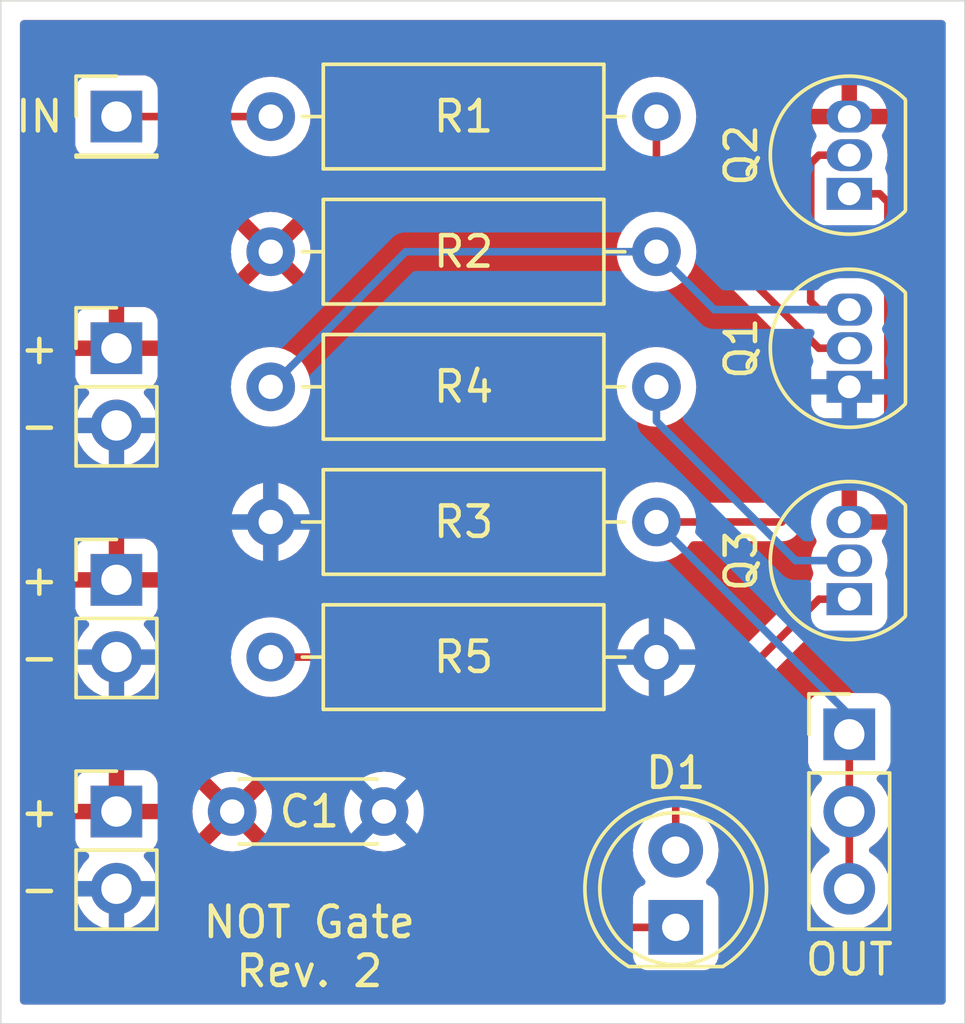
<source format=kicad_pcb>
(kicad_pcb (version 20221018) (generator pcbnew)
  (layers (0 "F.Cu" signal) (31 "B.Cu" signal) (34 "B.Paste" user) (35 "F.Paste" user) (36 "B.SilkS" user "B.Silkscreen") (37 "F.SilkS" user "F.Silkscreen") (38 "B.Mask" user) (39 "F.Mask" user) (44 "Edge.Cuts" user))
  (net 0 "")
  (net 1 "Net-(D1-K)")
  (net 2 "Net-(D1-A)")
  (net 3 "Net-(J1-Pin_1)")
  (net 4 "Net-(J5-Pin_1)")
  (net 5 "Net-(Q1-B)")
  (net 6 "GND")
  (net 7 "VCC")
  (net 8 "Net-(Q1-C)")
  (net 9 "Net-(Q3-B)")
  (footprint "Connector_PinHeader_2.54mm:PinHeader_1x02_P2.54mm_Vertical" (layer "F.Cu") (at 138.43 50.8)
    (fp_text reference "J2" hide)
    (fp_text value "Power")
    (fp_line (start -1.33 -1.33) (end 0 -1.33) (stroke (width 0.12)) (layer "F.SilkS"))
    (fp_line (start -1.33 0) (end -1.33 -1.33) (stroke (width 0.12)) (layer "F.SilkS"))
    (fp_line (start -1.33 1.27) (end -1.33 3.87) (stroke (width 0.12)) (layer "F.SilkS"))
    (fp_line (start -1.33 1.27) (end 1.33 1.27) (stroke (width 0.12)) (layer "F.SilkS"))
    (fp_line (start -1.33 3.87) (end 1.33 3.87) (stroke (width 0.12)) (layer "F.SilkS"))
    (fp_line (start 1.33 1.27) (end 1.33 3.87) (stroke (width 0.12)) (layer "F.SilkS"))
    (pad "1" thru_hole rect (at 0 0) (size 1.7 1.7) (drill 1) (layers "*.Cu" "*.Mask") (net 7 "VCC"))
    (pad "2" thru_hole oval (at 0 2.54) (size 1.7 1.7) (drill 1) (layers "*.Cu" "*.Mask") (net 6 "GND"))
  )
  (footprint "Connector_PinHeader_2.54mm:PinHeader_1x02_P2.54mm_Vertical" (layer "F.Cu") (at 138.43 66.04)
    (fp_text reference "J4" hide)
    (fp_text value "Power")
    (fp_line (start -1.33 -1.33) (end 0 -1.33) (stroke (width 0.12)) (layer "F.SilkS"))
    (fp_line (start -1.33 0) (end -1.33 -1.33) (stroke (width 0.12)) (layer "F.SilkS"))
    (fp_line (start -1.33 1.27) (end -1.33 3.87) (stroke (width 0.12)) (layer "F.SilkS"))
    (fp_line (start -1.33 1.27) (end 1.33 1.27) (stroke (width 0.12)) (layer "F.SilkS"))
    (fp_line (start -1.33 3.87) (end 1.33 3.87) (stroke (width 0.12)) (layer "F.SilkS"))
    (fp_line (start 1.33 1.27) (end 1.33 3.87) (stroke (width 0.12)) (layer "F.SilkS"))
    (pad "1" thru_hole rect (at 0 0) (size 1.7 1.7) (drill 1) (layers "*.Cu" "*.Mask") (net 7 "VCC"))
    (pad "2" thru_hole oval (at 0 2.54) (size 1.7 1.7) (drill 1) (layers "*.Cu" "*.Mask") (net 6 "GND"))
  )
  (footprint "Resistor_THT:R_Axial_DIN0309_L9.0mm_D3.2mm_P12.70mm_Horizontal" (layer "F.Cu") (at 156.21 43.18 180)
    (fp_text reference "R1" (at 6.35 0) (layer "F.SilkS"))
    (fp_text value "10K")
    (fp_line (start 1.04 0) (end 1.73 0) (stroke (width 0.12)) (layer "F.SilkS"))
    (fp_line (start 1.73 -1.72) (end 1.73 1.72) (stroke (width 0.12)) (layer "F.SilkS"))
    (fp_line (start 1.73 1.72) (end 10.97 1.72) (stroke (width 0.12)) (layer "F.SilkS"))
    (fp_line (start 10.97 -1.72) (end 1.73 -1.72) (stroke (width 0.12)) (layer "F.SilkS"))
    (fp_line (start 10.97 1.72) (end 10.97 -1.72) (stroke (width 0.12)) (layer "F.SilkS"))
    (fp_line (start 11.66 0) (end 10.97 0) (stroke (width 0.12)) (layer "F.SilkS"))
    (pad "1" thru_hole circle (at 0 0 180) (size 1.6 1.6) (drill 0.8) (layers "*.Cu" "*.Mask") (net 5 "Net-(Q1-B)"))
    (pad "2" thru_hole oval (at 12.7 0 180) (size 1.6 1.6) (drill 0.8) (layers "*.Cu" "*.Mask") (net 3 "Net-(J1-Pin_1)"))
  )
  (footprint "Package_TO_SOT_THT:TO-92_Inline" (layer "F.Cu") (at 162.56 52.07 90)
    (fp_text reference "Q1" (at 1.27 -3.56 90) (layer "F.SilkS"))
    (fp_text value "2N2222")
    (fp_line (start -0.53 1.85) (end 3.07 1.85) (stroke (width 0.12)) (layer "F.SilkS"))
    (fp_arc (start -0.568478 1.838478) (mid -1.132087 -0.994977) (end 1.27 -2.6) (stroke (width 0.12)) (layer "F.SilkS"))
    (fp_arc (start 1.27 -2.6) (mid 3.672087 -0.994977) (end 3.108478 1.838478) (stroke (width 0.12)) (layer "F.SilkS"))
    (pad "1" thru_hole rect (at 0 0 90) (size 1.05 1.5) (drill 0.75) (layers "*.Cu" "*.Mask") (net 6 "GND"))
    (pad "2" thru_hole oval (at 1.27 0 90) (size 1.05 1.5) (drill 0.75) (layers "*.Cu" "*.Mask") (net 5 "Net-(Q1-B)"))
    (pad "3" thru_hole oval (at 2.54 0 90) (size 1.05 1.5) (drill 0.75) (layers "*.Cu" "*.Mask") (net 8 "Net-(Q1-C)"))
  )
  (footprint "Package_TO_SOT_THT:TO-92_Inline" (layer "F.Cu") (at 162.56 45.72 90)
    (fp_text reference "Q2" (at 1.27 -3.56 90) (layer "F.SilkS"))
    (fp_text value "2N2222")
    (fp_line (start -0.53 1.85) (end 3.07 1.85) (stroke (width 0.12)) (layer "F.SilkS"))
    (fp_arc (start -0.568478 1.838478) (mid -1.132087 -0.994977) (end 1.27 -2.6) (stroke (width 0.12)) (layer "F.SilkS"))
    (fp_arc (start 1.27 -2.6) (mid 3.672087 -0.994977) (end 3.108478 1.838478) (stroke (width 0.12)) (layer "F.SilkS"))
    (pad "1" thru_hole rect (at 0 0 90) (size 1.05 1.5) (drill 0.75) (layers "*.Cu" "*.Mask") (net 4 "Net-(J5-Pin_1)"))
    (pad "2" thru_hole oval (at 1.27 0 90) (size 1.05 1.5) (drill 0.75) (layers "*.Cu" "*.Mask") (net 8 "Net-(Q1-C)"))
    (pad "3" thru_hole oval (at 2.54 0 90) (size 1.05 1.5) (drill 0.75) (layers "*.Cu" "*.Mask") (net 7 "VCC"))
  )
  (footprint "Package_TO_SOT_THT:TO-92_Inline" (layer "F.Cu") (at 162.56 59.055 90)
    (fp_text reference "Q3" (at 1.27 -3.56 90) (layer "F.SilkS"))
    (fp_text value "2N2222")
    (fp_line (start -0.53 1.85) (end 3.07 1.85) (stroke (width 0.12)) (layer "F.SilkS"))
    (fp_arc (start -0.568478 1.838478) (mid -1.132087 -0.994977) (end 1.27 -2.6) (stroke (width 0.12)) (layer "F.SilkS"))
    (fp_arc (start 1.27 -2.6) (mid 3.672087 -0.994977) (end 3.108478 1.838478) (stroke (width 0.12)) (layer "F.SilkS"))
    (pad "1" thru_hole rect (at 0 0 90) (size 1.05 1.5) (drill 0.75) (layers "*.Cu" "*.Mask") (net 2 "Net-(D1-A)"))
    (pad "2" thru_hole oval (at 1.27 0 90) (size 1.05 1.5) (drill 0.75) (layers "*.Cu" "*.Mask") (net 9 "Net-(Q3-B)"))
    (pad "3" thru_hole oval (at 2.54 0 90) (size 1.05 1.5) (drill 0.75) (layers "*.Cu" "*.Mask") (net 7 "VCC"))
  )
  (footprint "Resistor_THT:R_Axial_DIN0309_L9.0mm_D3.2mm_P12.70mm_Horizontal" (layer "F.Cu") (at 143.51 47.625)
    (fp_text reference "R2" (at 6.35 0 180) (layer "F.SilkS"))
    (fp_text value "1K")
    (fp_line (start 1.04 0) (end 1.73 0) (stroke (width 0.12)) (layer "F.SilkS"))
    (fp_line (start 1.73 -1.72) (end 1.73 1.72) (stroke (width 0.12)) (layer "F.SilkS"))
    (fp_line (start 1.73 1.72) (end 10.97 1.72) (stroke (width 0.12)) (layer "F.SilkS"))
    (fp_line (start 10.97 -1.72) (end 1.73 -1.72) (stroke (width 0.12)) (layer "F.SilkS"))
    (fp_line (start 10.97 1.72) (end 10.97 -1.72) (stroke (width 0.12)) (layer "F.SilkS"))
    (fp_line (start 11.66 0) (end 10.97 0) (stroke (width 0.12)) (layer "F.SilkS"))
    (pad "1" thru_hole circle (at 0 0) (size 1.6 1.6) (drill 0.8) (layers "*.Cu" "*.Mask") (net 7 "VCC"))
    (pad "2" thru_hole oval (at 12.7 0) (size 1.6 1.6) (drill 0.8) (layers "*.Cu" "*.Mask") (net 8 "Net-(Q1-C)"))
  )
  (footprint "Resistor_THT:R_Axial_DIN0309_L9.0mm_D3.2mm_P12.70mm_Horizontal" (layer "F.Cu") (at 156.21 56.515 180)
    (fp_text reference "R3" (at 6.35 0) (layer "F.SilkS"))
    (fp_text value "1K")
    (fp_line (start 1.04 0) (end 1.73 0) (stroke (width 0.12)) (layer "F.SilkS"))
    (fp_line (start 1.73 -1.72) (end 1.73 1.72) (stroke (width 0.12)) (layer "F.SilkS"))
    (fp_line (start 1.73 1.72) (end 10.97 1.72) (stroke (width 0.12)) (layer "F.SilkS"))
    (fp_line (start 10.97 -1.72) (end 1.73 -1.72) (stroke (width 0.12)) (layer "F.SilkS"))
    (fp_line (start 10.97 1.72) (end 10.97 -1.72) (stroke (width 0.12)) (layer "F.SilkS"))
    (fp_line (start 11.66 0) (end 10.97 0) (stroke (width 0.12)) (layer "F.SilkS"))
    (pad "1" thru_hole circle (at 0 0 180) (size 1.6 1.6) (drill 0.8) (layers "*.Cu" "*.Mask") (net 4 "Net-(J5-Pin_1)"))
    (pad "2" thru_hole oval (at 12.7 0 180) (size 1.6 1.6) (drill 0.8) (layers "*.Cu" "*.Mask") (net 6 "GND"))
  )
  (footprint "Resistor_THT:R_Axial_DIN0309_L9.0mm_D3.2mm_P12.70mm_Horizontal" (layer "F.Cu") (at 156.21 52.07 180)
    (fp_text reference "R4" (at 6.35 0) (layer "F.SilkS"))
    (fp_text value "10K")
    (fp_line (start 1.04 0) (end 1.73 0) (stroke (width 0.12)) (layer "F.SilkS"))
    (fp_line (start 1.73 -1.72) (end 1.73 1.72) (stroke (width 0.12)) (layer "F.SilkS"))
    (fp_line (start 1.73 1.72) (end 10.97 1.72) (stroke (width 0.12)) (layer "F.SilkS"))
    (fp_line (start 10.97 -1.72) (end 1.73 -1.72) (stroke (width 0.12)) (layer "F.SilkS"))
    (fp_line (start 10.97 1.72) (end 10.97 -1.72) (stroke (width 0.12)) (layer "F.SilkS"))
    (fp_line (start 11.66 0) (end 10.97 0) (stroke (width 0.12)) (layer "F.SilkS"))
    (pad "1" thru_hole circle (at 0 0 180) (size 1.6 1.6) (drill 0.8) (layers "*.Cu" "*.Mask") (net 9 "Net-(Q3-B)"))
    (pad "2" thru_hole oval (at 12.7 0 180) (size 1.6 1.6) (drill 0.8) (layers "*.Cu" "*.Mask") (net 8 "Net-(Q1-C)"))
  )
  (footprint "Resistor_THT:R_Axial_DIN0309_L9.0mm_D3.2mm_P12.70mm_Horizontal" (layer "F.Cu") (at 143.51 60.96)
    (fp_text reference "R5" (at 6.35 0) (layer "F.SilkS"))
    (fp_text value "1K")
    (fp_line (start 1.04 0) (end 1.73 0) (stroke (width 0.12)) (layer "F.SilkS"))
    (fp_line (start 1.73 -1.72) (end 1.73 1.72) (stroke (width 0.12)) (layer "F.SilkS"))
    (fp_line (start 1.73 1.72) (end 10.97 1.72) (stroke (width 0.12)) (layer "F.SilkS"))
    (fp_line (start 10.97 -1.72) (end 1.73 -1.72) (stroke (width 0.12)) (layer "F.SilkS"))
    (fp_line (start 10.97 1.72) (end 10.97 -1.72) (stroke (width 0.12)) (layer "F.SilkS"))
    (fp_line (start 11.66 0) (end 10.97 0) (stroke (width 0.12)) (layer "F.SilkS"))
    (pad "1" thru_hole circle (at 0 0) (size 1.6 1.6) (drill 0.8) (layers "*.Cu" "*.Mask") (net 1 "Net-(D1-K)"))
    (pad "2" thru_hole oval (at 12.7 0) (size 1.6 1.6) (drill 0.8) (layers "*.Cu" "*.Mask") (net 6 "GND"))
  )
  (footprint "Connector_PinHeader_2.54mm:PinHeader_1x02_P2.54mm_Vertical" (layer "F.Cu") (at 138.43 58.42)
    (fp_text reference "J3" hide)
    (fp_text value "Power")
    (fp_line (start -1.33 -1.33) (end 0 -1.33) (stroke (width 0.12)) (layer "F.SilkS"))
    (fp_line (start -1.33 0) (end -1.33 -1.33) (stroke (width 0.12)) (layer "F.SilkS"))
    (fp_line (start -1.33 1.27) (end -1.33 3.87) (stroke (width 0.12)) (layer "F.SilkS"))
    (fp_line (start -1.33 1.27) (end 1.33 1.27) (stroke (width 0.12)) (layer "F.SilkS"))
    (fp_line (start -1.33 3.87) (end 1.33 3.87) (stroke (width 0.12)) (layer "F.SilkS"))
    (fp_line (start 1.33 1.27) (end 1.33 3.87) (stroke (width 0.12)) (layer "F.SilkS"))
    (pad "1" thru_hole rect (at 0 0) (size 1.7 1.7) (drill 1) (layers "*.Cu" "*.Mask") (net 7 "VCC"))
    (pad "2" thru_hole oval (at 0 2.54) (size 1.7 1.7) (drill 1) (layers "*.Cu" "*.Mask") (net 6 "GND"))
  )
  (footprint "LED_THT:LED_D5.0mm" (layer "F.Cu") (at 156.845 69.85 90)
    (fp_text reference "D1" (at 5.08 0 180) (layer "F.SilkS"))
    (fp_text value "RED")
    (fp_line (start -1.29 -1.545) (end -1.29 1.545) (stroke (width 0.12)) (layer "F.SilkS"))
    (fp_arc (start -1.29 -1.54483) (mid 2.072002 -2.880433) (end 4.26 0.000462) (stroke (width 0.12)) (layer "F.SilkS"))
    (fp_arc (start 4.26 -0.000462) (mid 2.072002 2.880433) (end -1.29 1.54483) (stroke (width 0.12)) (layer "F.SilkS"))
    (fp_circle (center 1.27 0) (end 3.77 0) (stroke (width 0.12)) (fill none) (layer "F.SilkS"))
    (pad "1" thru_hole rect (at 0 0 90) (size 1.8 1.8) (drill 0.9) (layers "*.Cu" "*.Mask") (net 1 "Net-(D1-K)"))
    (pad "2" thru_hole circle (at 2.54 0 90) (size 1.8 1.8) (drill 0.9) (layers "*.Cu" "*.Mask") (net 2 "Net-(D1-A)"))
  )
  (footprint "Capacitor_THT:C_Disc_D4.3mm_W1.9mm_P5.00mm" (layer "F.Cu") (at 142.24 66.04)
    (fp_text reference "C1" (at 2.54 0) (layer "F.SilkS"))
    (fp_text value "0.1uF")
    (fp_line (start 0.23 -1.07) (end 0.23 -1.055) (stroke (width 0.12)) (layer "F.SilkS"))
    (fp_line (start 0.23 -1.07) (end 4.77 -1.07) (stroke (width 0.12)) (layer "F.SilkS"))
    (fp_line (start 0.23 1.055) (end 0.23 1.07) (stroke (width 0.12)) (layer "F.SilkS"))
    (fp_line (start 0.23 1.07) (end 4.77 1.07) (stroke (width 0.12)) (layer "F.SilkS"))
    (fp_line (start 4.77 -1.07) (end 4.77 -1.055) (stroke (width 0.12)) (layer "F.SilkS"))
    (fp_line (start 4.77 1.055) (end 4.77 1.07) (stroke (width 0.12)) (layer "F.SilkS"))
    (pad "1" thru_hole circle (at 0 0) (size 1.6 1.6) (drill 0.8) (layers "*.Cu" "*.Mask") (net 7 "VCC"))
    (pad "2" thru_hole circle (at 5 0) (size 1.6 1.6) (drill 0.8) (layers "*.Cu" "*.Mask") (net 6 "GND"))
  )
  (footprint "Connector_PinHeader_2.54mm:PinHeader_1x01_P2.54mm_Vertical" (layer "F.Cu") (at 138.43 43.18)
    (fp_text reference "J1" hide)
    (fp_text value "IN" (at -2.54 0) (layer "F.SilkS"))
    (fp_line (start -1.33 -1.33) (end 0 -1.33) (stroke (width 0.12)) (layer "F.SilkS"))
    (fp_line (start -1.33 0) (end -1.33 -1.33) (stroke (width 0.12)) (layer "F.SilkS"))
    (fp_line (start -1.33 1.27) (end -1.33 1.33) (stroke (width 0.12)) (layer "F.SilkS"))
    (fp_line (start -1.33 1.27) (end 1.33 1.27) (stroke (width 0.12)) (layer "F.SilkS"))
    (fp_line (start -1.33 1.33) (end 1.33 1.33) (stroke (width 0.12)) (layer "F.SilkS"))
    (fp_line (start 1.33 1.27) (end 1.33 1.33) (stroke (width 0.12)) (layer "F.SilkS"))
    (pad "1" thru_hole rect (at 0 0) (size 1.7 1.7) (drill 1) (layers "*.Cu" "*.Mask") (net 3 "Net-(J1-Pin_1)"))
  )
  (footprint "Connector_PinHeader_2.54mm:PinHeader_1x03_P2.54mm_Vertical" (layer "F.Cu") (at 162.56 63.5)
    (fp_text reference "J5" hide)
    (fp_text value "OUT" (at 0 7.41) (layer "F.SilkS"))
    (fp_line (start -1.33 -1.33) (end 0 -1.33) (stroke (width 0.12)) (layer "F.SilkS"))
    (fp_line (start -1.33 0) (end -1.33 -1.33) (stroke (width 0.12)) (layer "F.SilkS"))
    (fp_line (start -1.33 1.27) (end -1.33 6.41) (stroke (width 0.12)) (layer "F.SilkS"))
    (fp_line (start -1.33 1.27) (end 1.33 1.27) (stroke (width 0.12)) (layer "F.SilkS"))
    (fp_line (start -1.33 6.41) (end 1.33 6.41) (stroke (width 0.12)) (layer "F.SilkS"))
    (fp_line (start 1.33 1.27) (end 1.33 6.41) (stroke (width 0.12)) (layer "F.SilkS"))
    (pad "1" thru_hole rect (at 0 0) (size 1.7 1.7) (drill 1) (layers "*.Cu" "*.Mask") (net 4 "Net-(J5-Pin_1)"))
    (pad "2" thru_hole oval (at 0 2.54) (size 1.7 1.7) (drill 1) (layers "*.Cu" "*.Mask") (net 4 "Net-(J5-Pin_1)"))
    (pad "3" thru_hole oval (at 0 5.08) (size 1.7 1.7) (drill 1) (layers "*.Cu" "*.Mask") (net 4 "Net-(J5-Pin_1)"))
  )
  (gr_line (start 166.37 39.37) (end 134.62 39.37) (stroke (width 0.05)) (layer "Edge.Cuts"))
  (gr_line (start 166.37 73.025) (end 166.37 39.37) (stroke (width 0.05)) (layer "Edge.Cuts"))
  (gr_line (start 134.62 73.025) (end 166.37 73.025) (stroke (width 0.05)) (layer "Edge.Cuts"))
  (gr_line (start 134.62 39.37) (end 134.62 73.025) (stroke (width 0.05)) (layer "Edge.Cuts"))
  (gr_text "NOT Gate\nRev. 2" (at 144.78 70.485) (layer "F.SilkS") (effects (font (size 1 1))))
  (gr_text "+" (at 135.89 66.04) (layer "F.SilkS") (effects (font (size 1 1))))
  (gr_text "-" (at 135.89 68.58) (layer "F.SilkS") (effects (font (size 1 1))))
  (gr_text "+" (at 135.89 50.8) (layer "F.SilkS") (effects (font (size 1 1))))
  (gr_text "-" (at 135.89 53.34) (layer "F.SilkS") (effects (font (size 1 1))))
  (gr_text "+" (at 135.89 58.42) (layer "F.SilkS") (effects (font (size 1 1))))
  (gr_text "-" (at 135.89 60.96) (layer "F.SilkS") (effects (font (size 1 1))))
  (segment (start 156.845 69.85) (end 154.305 69.85) (width 0.25) (layer "F.Cu") (net 1))
  (segment (start 145.415 60.96) (end 143.51 60.96) (width 0.25) (layer "F.Cu") (net 1))
  (segment (start 154.305 69.85) (end 145.415 60.96) (width 0.25) (layer "F.Cu") (net 1))
  (segment (start 161.56 59.055) (end 156.845 63.77) (width 0.25) (layer "F.Cu") (net 2))
  (segment (start 162.56 59.055) (end 161.56 59.055) (width 0.25) (layer "F.Cu") (net 2))
  (segment (start 156.845 63.77) (end 156.845 66.037208) (width 0.25) (layer "F.Cu") (net 2))
  (segment (start 156.845 66.037208) (end 156.845 67.31) (width 0.25) (layer "F.Cu") (net 2))
  (segment (start 138.43 43.18) (end 143.51 43.18) (width 0.25) (layer "F.Cu") (net 3))
  (segment (start 160.3375 56.515) (end 163.83 53.0225) (width 0.25) (layer "F.Cu") (net 4))
  (segment (start 162.56 66.04) (end 162.56 63.5) (width 0.25) (layer "F.Cu") (net 4))
  (segment (start 162.56 68.58) (end 162.56 66.04) (width 0.25) (layer "F.Cu") (net 4))
  (segment (start 163.83 45.99) (end 163.56 45.72) (width 0.25) (layer "F.Cu") (net 4))
  (segment (start 163.83 53.0225) (end 163.83 45.99) (width 0.25) (layer "F.Cu") (net 4))
  (segment (start 156.21 56.515) (end 160.3375 56.515) (width 0.25) (layer "F.Cu") (net 4))
  (segment (start 163.56 45.72) (end 162.56 45.72) (width 0.25) (layer "F.Cu") (net 4))
  (segment (start 156.21 56.515) (end 162.56 62.865) (width 0.25) (layer "B.Cu") (net 4))
  (segment (start 162.56 62.865) (end 162.56 63.5) (width 0.25) (layer "B.Cu") (net 4))
  (segment (start 156.21 45.45) (end 161.56 50.8) (width 0.25) (layer "F.Cu") (net 5))
  (segment (start 161.56 50.8) (end 162.56 50.8) (width 0.25) (layer "F.Cu") (net 5))
  (segment (start 156.21 43.18) (end 156.21 45.45) (width 0.25) (layer "F.Cu") (net 5))
  (segment (start 161.29 44.72) (end 161.29 49.26) (width 0.25) (layer "F.Cu") (net 8))
  (segment (start 162.56 44.45) (end 161.56 44.45) (width 0.25) (layer "F.Cu") (net 8))
  (segment (start 161.56 44.45) (end 161.29 44.72) (width 0.25) (layer "F.Cu") (net 8))
  (segment (start 161.29 49.26) (end 161.56 49.53) (width 0.25) (layer "F.Cu") (net 8))
  (segment (start 161.56 49.53) (end 162.56 49.53) (width 0.25) (layer "F.Cu") (net 8))
  (segment (start 147.955 47.625) (end 143.51 52.07) (width 0.25) (layer "B.Cu") (net 8))
  (segment (start 156.21 47.625) (end 147.955 47.625) (width 0.25) (layer "B.Cu") (net 8))
  (segment (start 158.115 49.53) (end 156.21 47.625) (width 0.25) (layer "B.Cu") (net 8))
  (segment (start 162.56 49.53) (end 158.115 49.53) (width 0.25) (layer "B.Cu") (net 8))
  (segment (start 156.21 52.07) (end 156.21 53.20137) (width 0.25) (layer "B.Cu") (net 9))
  (segment (start 156.21 53.20137) (end 160.79363 57.785) (width 0.25) (layer "B.Cu") (net 9))
  (segment (start 160.79363 57.785) (end 161.56 57.785) (width 0.25) (layer "B.Cu") (net 9))
  (segment (start 161.56 57.785) (end 162.56 57.785) (width 0.25) (layer "B.Cu") (net 9))
  (zone (net 7) (net_name "VCC") (layer "F.Cu") (connect_pads (clearance 0.508)) (min_thickness 0.254) (fill yes (thermal_gap 0.508) (thermal_bridge_width 0.508))
    (polygon (pts (xy 165.735 72.39) (xy 135.255 72.39) (xy 135.255 40.005) (xy 165.735 40.005)))
  )
  (zone (net 6) (net_name "GND") (layer "B.Cu") (connect_pads (clearance 0.508)) (min_thickness 0.254) (fill yes (thermal_gap 0.508) (thermal_bridge_width 0.508))
    (polygon (pts (xy 165.735 72.39) (xy 135.255 72.39) (xy 135.255 40.005) (xy 165.735 40.005)))
  )
)
</source>
